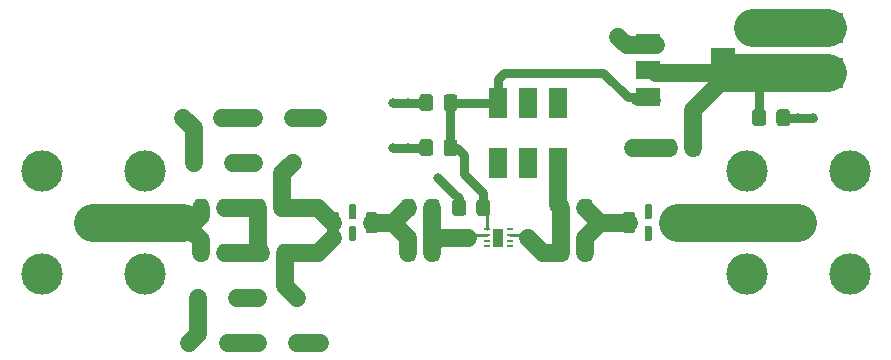
<source format=gbr>
G04 #@! TF.GenerationSoftware,KiCad,Pcbnew,5.1.5-52549c5~84~ubuntu18.04.1*
G04 #@! TF.CreationDate,2020-03-18T11:06:09+09:30*
G04 #@! TF.ProjectId,Frontend V2,46726f6e-7465-46e6-9420-56322e6b6963,rev?*
G04 #@! TF.SameCoordinates,Original*
G04 #@! TF.FileFunction,Copper,L1,Top*
G04 #@! TF.FilePolarity,Positive*
%FSLAX46Y46*%
G04 Gerber Fmt 4.6, Leading zero omitted, Abs format (unit mm)*
G04 Created by KiCad (PCBNEW 5.1.5-52549c5~84~ubuntu18.04.1) date 2020-03-18 11:06:09*
%MOMM*%
%LPD*%
G04 APERTURE LIST*
%ADD10R,1.650000X2.540000*%
%ADD11C,3.500000*%
%ADD12C,2.050000*%
%ADD13C,0.100000*%
%ADD14R,0.900000X1.200000*%
%ADD15C,0.610000*%
%ADD16R,0.500000X0.250000*%
%ADD17R,0.900000X1.600000*%
%ADD18R,2.000000X1.500000*%
%ADD19R,2.000000X3.800000*%
%ADD20R,2.500000X2.500000*%
%ADD21C,0.800000*%
%ADD22C,3.200000*%
%ADD23C,1.500000*%
%ADD24C,0.750000*%
%ADD25C,0.250000*%
G04 APERTURE END LIST*
D10*
X179070000Y-43180000D03*
X176530000Y-43180000D03*
X173990000Y-43180000D03*
X173990000Y-48260000D03*
X176530000Y-48260000D03*
X179070000Y-48260000D03*
D11*
X203740000Y-48990000D03*
X195040000Y-48990000D03*
X195040000Y-57690000D03*
D12*
X199390000Y-53340000D03*
D11*
X203740000Y-57690000D03*
X144050000Y-57690000D03*
D12*
X139700000Y-53340000D03*
D11*
X135350000Y-57690000D03*
X135350000Y-48990000D03*
X144050000Y-48990000D03*
G04 #@! TA.AperFunction,SMDPad,CuDef*
D13*
G36*
X151234505Y-55181204D02*
G01*
X151258773Y-55184804D01*
X151282572Y-55190765D01*
X151305671Y-55199030D01*
X151327850Y-55209520D01*
X151348893Y-55222132D01*
X151368599Y-55236747D01*
X151386777Y-55253223D01*
X151403253Y-55271401D01*
X151417868Y-55291107D01*
X151430480Y-55312150D01*
X151440970Y-55334329D01*
X151449235Y-55357428D01*
X151455196Y-55381227D01*
X151458796Y-55405495D01*
X151460000Y-55429999D01*
X151460000Y-56330001D01*
X151458796Y-56354505D01*
X151455196Y-56378773D01*
X151449235Y-56402572D01*
X151440970Y-56425671D01*
X151430480Y-56447850D01*
X151417868Y-56468893D01*
X151403253Y-56488599D01*
X151386777Y-56506777D01*
X151368599Y-56523253D01*
X151348893Y-56537868D01*
X151327850Y-56550480D01*
X151305671Y-56560970D01*
X151282572Y-56569235D01*
X151258773Y-56575196D01*
X151234505Y-56578796D01*
X151210001Y-56580000D01*
X150559999Y-56580000D01*
X150535495Y-56578796D01*
X150511227Y-56575196D01*
X150487428Y-56569235D01*
X150464329Y-56560970D01*
X150442150Y-56550480D01*
X150421107Y-56537868D01*
X150401401Y-56523253D01*
X150383223Y-56506777D01*
X150366747Y-56488599D01*
X150352132Y-56468893D01*
X150339520Y-56447850D01*
X150329030Y-56425671D01*
X150320765Y-56402572D01*
X150314804Y-56378773D01*
X150311204Y-56354505D01*
X150310000Y-56330001D01*
X150310000Y-55429999D01*
X150311204Y-55405495D01*
X150314804Y-55381227D01*
X150320765Y-55357428D01*
X150329030Y-55334329D01*
X150339520Y-55312150D01*
X150352132Y-55291107D01*
X150366747Y-55271401D01*
X150383223Y-55253223D01*
X150401401Y-55236747D01*
X150421107Y-55222132D01*
X150442150Y-55209520D01*
X150464329Y-55199030D01*
X150487428Y-55190765D01*
X150511227Y-55184804D01*
X150535495Y-55181204D01*
X150559999Y-55180000D01*
X151210001Y-55180000D01*
X151234505Y-55181204D01*
G37*
G04 #@! TD.AperFunction*
G04 #@! TA.AperFunction,SMDPad,CuDef*
G36*
X149184505Y-55181204D02*
G01*
X149208773Y-55184804D01*
X149232572Y-55190765D01*
X149255671Y-55199030D01*
X149277850Y-55209520D01*
X149298893Y-55222132D01*
X149318599Y-55236747D01*
X149336777Y-55253223D01*
X149353253Y-55271401D01*
X149367868Y-55291107D01*
X149380480Y-55312150D01*
X149390970Y-55334329D01*
X149399235Y-55357428D01*
X149405196Y-55381227D01*
X149408796Y-55405495D01*
X149410000Y-55429999D01*
X149410000Y-56330001D01*
X149408796Y-56354505D01*
X149405196Y-56378773D01*
X149399235Y-56402572D01*
X149390970Y-56425671D01*
X149380480Y-56447850D01*
X149367868Y-56468893D01*
X149353253Y-56488599D01*
X149336777Y-56506777D01*
X149318599Y-56523253D01*
X149298893Y-56537868D01*
X149277850Y-56550480D01*
X149255671Y-56560970D01*
X149232572Y-56569235D01*
X149208773Y-56575196D01*
X149184505Y-56578796D01*
X149160001Y-56580000D01*
X148509999Y-56580000D01*
X148485495Y-56578796D01*
X148461227Y-56575196D01*
X148437428Y-56569235D01*
X148414329Y-56560970D01*
X148392150Y-56550480D01*
X148371107Y-56537868D01*
X148351401Y-56523253D01*
X148333223Y-56506777D01*
X148316747Y-56488599D01*
X148302132Y-56468893D01*
X148289520Y-56447850D01*
X148279030Y-56425671D01*
X148270765Y-56402572D01*
X148264804Y-56378773D01*
X148261204Y-56354505D01*
X148260000Y-56330001D01*
X148260000Y-55429999D01*
X148261204Y-55405495D01*
X148264804Y-55381227D01*
X148270765Y-55357428D01*
X148279030Y-55334329D01*
X148289520Y-55312150D01*
X148302132Y-55291107D01*
X148316747Y-55271401D01*
X148333223Y-55253223D01*
X148351401Y-55236747D01*
X148371107Y-55222132D01*
X148392150Y-55209520D01*
X148414329Y-55199030D01*
X148437428Y-55190765D01*
X148461227Y-55184804D01*
X148485495Y-55181204D01*
X148509999Y-55180000D01*
X149160001Y-55180000D01*
X149184505Y-55181204D01*
G37*
G04 #@! TD.AperFunction*
G04 #@! TA.AperFunction,SMDPad,CuDef*
G36*
X149184505Y-51371204D02*
G01*
X149208773Y-51374804D01*
X149232572Y-51380765D01*
X149255671Y-51389030D01*
X149277850Y-51399520D01*
X149298893Y-51412132D01*
X149318599Y-51426747D01*
X149336777Y-51443223D01*
X149353253Y-51461401D01*
X149367868Y-51481107D01*
X149380480Y-51502150D01*
X149390970Y-51524329D01*
X149399235Y-51547428D01*
X149405196Y-51571227D01*
X149408796Y-51595495D01*
X149410000Y-51619999D01*
X149410000Y-52520001D01*
X149408796Y-52544505D01*
X149405196Y-52568773D01*
X149399235Y-52592572D01*
X149390970Y-52615671D01*
X149380480Y-52637850D01*
X149367868Y-52658893D01*
X149353253Y-52678599D01*
X149336777Y-52696777D01*
X149318599Y-52713253D01*
X149298893Y-52727868D01*
X149277850Y-52740480D01*
X149255671Y-52750970D01*
X149232572Y-52759235D01*
X149208773Y-52765196D01*
X149184505Y-52768796D01*
X149160001Y-52770000D01*
X148509999Y-52770000D01*
X148485495Y-52768796D01*
X148461227Y-52765196D01*
X148437428Y-52759235D01*
X148414329Y-52750970D01*
X148392150Y-52740480D01*
X148371107Y-52727868D01*
X148351401Y-52713253D01*
X148333223Y-52696777D01*
X148316747Y-52678599D01*
X148302132Y-52658893D01*
X148289520Y-52637850D01*
X148279030Y-52615671D01*
X148270765Y-52592572D01*
X148264804Y-52568773D01*
X148261204Y-52544505D01*
X148260000Y-52520001D01*
X148260000Y-51619999D01*
X148261204Y-51595495D01*
X148264804Y-51571227D01*
X148270765Y-51547428D01*
X148279030Y-51524329D01*
X148289520Y-51502150D01*
X148302132Y-51481107D01*
X148316747Y-51461401D01*
X148333223Y-51443223D01*
X148351401Y-51426747D01*
X148371107Y-51412132D01*
X148392150Y-51399520D01*
X148414329Y-51389030D01*
X148437428Y-51380765D01*
X148461227Y-51374804D01*
X148485495Y-51371204D01*
X148509999Y-51370000D01*
X149160001Y-51370000D01*
X149184505Y-51371204D01*
G37*
G04 #@! TD.AperFunction*
G04 #@! TA.AperFunction,SMDPad,CuDef*
G36*
X151234505Y-51371204D02*
G01*
X151258773Y-51374804D01*
X151282572Y-51380765D01*
X151305671Y-51389030D01*
X151327850Y-51399520D01*
X151348893Y-51412132D01*
X151368599Y-51426747D01*
X151386777Y-51443223D01*
X151403253Y-51461401D01*
X151417868Y-51481107D01*
X151430480Y-51502150D01*
X151440970Y-51524329D01*
X151449235Y-51547428D01*
X151455196Y-51571227D01*
X151458796Y-51595495D01*
X151460000Y-51619999D01*
X151460000Y-52520001D01*
X151458796Y-52544505D01*
X151455196Y-52568773D01*
X151449235Y-52592572D01*
X151440970Y-52615671D01*
X151430480Y-52637850D01*
X151417868Y-52658893D01*
X151403253Y-52678599D01*
X151386777Y-52696777D01*
X151368599Y-52713253D01*
X151348893Y-52727868D01*
X151327850Y-52740480D01*
X151305671Y-52750970D01*
X151282572Y-52759235D01*
X151258773Y-52765196D01*
X151234505Y-52768796D01*
X151210001Y-52770000D01*
X150559999Y-52770000D01*
X150535495Y-52768796D01*
X150511227Y-52765196D01*
X150487428Y-52759235D01*
X150464329Y-52750970D01*
X150442150Y-52740480D01*
X150421107Y-52727868D01*
X150401401Y-52713253D01*
X150383223Y-52696777D01*
X150366747Y-52678599D01*
X150352132Y-52658893D01*
X150339520Y-52637850D01*
X150329030Y-52615671D01*
X150320765Y-52592572D01*
X150314804Y-52568773D01*
X150311204Y-52544505D01*
X150310000Y-52520001D01*
X150310000Y-51619999D01*
X150311204Y-51595495D01*
X150314804Y-51571227D01*
X150320765Y-51547428D01*
X150329030Y-51524329D01*
X150339520Y-51502150D01*
X150352132Y-51481107D01*
X150366747Y-51461401D01*
X150383223Y-51443223D01*
X150401401Y-51426747D01*
X150421107Y-51412132D01*
X150442150Y-51399520D01*
X150464329Y-51389030D01*
X150487428Y-51380765D01*
X150511227Y-51374804D01*
X150535495Y-51371204D01*
X150559999Y-51370000D01*
X151210001Y-51370000D01*
X151234505Y-51371204D01*
G37*
G04 #@! TD.AperFunction*
G04 #@! TA.AperFunction,SMDPad,CuDef*
G36*
X154264505Y-55181204D02*
G01*
X154288773Y-55184804D01*
X154312572Y-55190765D01*
X154335671Y-55199030D01*
X154357850Y-55209520D01*
X154378893Y-55222132D01*
X154398599Y-55236747D01*
X154416777Y-55253223D01*
X154433253Y-55271401D01*
X154447868Y-55291107D01*
X154460480Y-55312150D01*
X154470970Y-55334329D01*
X154479235Y-55357428D01*
X154485196Y-55381227D01*
X154488796Y-55405495D01*
X154490000Y-55429999D01*
X154490000Y-56330001D01*
X154488796Y-56354505D01*
X154485196Y-56378773D01*
X154479235Y-56402572D01*
X154470970Y-56425671D01*
X154460480Y-56447850D01*
X154447868Y-56468893D01*
X154433253Y-56488599D01*
X154416777Y-56506777D01*
X154398599Y-56523253D01*
X154378893Y-56537868D01*
X154357850Y-56550480D01*
X154335671Y-56560970D01*
X154312572Y-56569235D01*
X154288773Y-56575196D01*
X154264505Y-56578796D01*
X154240001Y-56580000D01*
X153589999Y-56580000D01*
X153565495Y-56578796D01*
X153541227Y-56575196D01*
X153517428Y-56569235D01*
X153494329Y-56560970D01*
X153472150Y-56550480D01*
X153451107Y-56537868D01*
X153431401Y-56523253D01*
X153413223Y-56506777D01*
X153396747Y-56488599D01*
X153382132Y-56468893D01*
X153369520Y-56447850D01*
X153359030Y-56425671D01*
X153350765Y-56402572D01*
X153344804Y-56378773D01*
X153341204Y-56354505D01*
X153340000Y-56330001D01*
X153340000Y-55429999D01*
X153341204Y-55405495D01*
X153344804Y-55381227D01*
X153350765Y-55357428D01*
X153359030Y-55334329D01*
X153369520Y-55312150D01*
X153382132Y-55291107D01*
X153396747Y-55271401D01*
X153413223Y-55253223D01*
X153431401Y-55236747D01*
X153451107Y-55222132D01*
X153472150Y-55209520D01*
X153494329Y-55199030D01*
X153517428Y-55190765D01*
X153541227Y-55184804D01*
X153565495Y-55181204D01*
X153589999Y-55180000D01*
X154240001Y-55180000D01*
X154264505Y-55181204D01*
G37*
G04 #@! TD.AperFunction*
G04 #@! TA.AperFunction,SMDPad,CuDef*
G36*
X156314505Y-55181204D02*
G01*
X156338773Y-55184804D01*
X156362572Y-55190765D01*
X156385671Y-55199030D01*
X156407850Y-55209520D01*
X156428893Y-55222132D01*
X156448599Y-55236747D01*
X156466777Y-55253223D01*
X156483253Y-55271401D01*
X156497868Y-55291107D01*
X156510480Y-55312150D01*
X156520970Y-55334329D01*
X156529235Y-55357428D01*
X156535196Y-55381227D01*
X156538796Y-55405495D01*
X156540000Y-55429999D01*
X156540000Y-56330001D01*
X156538796Y-56354505D01*
X156535196Y-56378773D01*
X156529235Y-56402572D01*
X156520970Y-56425671D01*
X156510480Y-56447850D01*
X156497868Y-56468893D01*
X156483253Y-56488599D01*
X156466777Y-56506777D01*
X156448599Y-56523253D01*
X156428893Y-56537868D01*
X156407850Y-56550480D01*
X156385671Y-56560970D01*
X156362572Y-56569235D01*
X156338773Y-56575196D01*
X156314505Y-56578796D01*
X156290001Y-56580000D01*
X155639999Y-56580000D01*
X155615495Y-56578796D01*
X155591227Y-56575196D01*
X155567428Y-56569235D01*
X155544329Y-56560970D01*
X155522150Y-56550480D01*
X155501107Y-56537868D01*
X155481401Y-56523253D01*
X155463223Y-56506777D01*
X155446747Y-56488599D01*
X155432132Y-56468893D01*
X155419520Y-56447850D01*
X155409030Y-56425671D01*
X155400765Y-56402572D01*
X155394804Y-56378773D01*
X155391204Y-56354505D01*
X155390000Y-56330001D01*
X155390000Y-55429999D01*
X155391204Y-55405495D01*
X155394804Y-55381227D01*
X155400765Y-55357428D01*
X155409030Y-55334329D01*
X155419520Y-55312150D01*
X155432132Y-55291107D01*
X155446747Y-55271401D01*
X155463223Y-55253223D01*
X155481401Y-55236747D01*
X155501107Y-55222132D01*
X155522150Y-55209520D01*
X155544329Y-55199030D01*
X155567428Y-55190765D01*
X155591227Y-55184804D01*
X155615495Y-55181204D01*
X155639999Y-55180000D01*
X156290001Y-55180000D01*
X156314505Y-55181204D01*
G37*
G04 #@! TD.AperFunction*
G04 #@! TA.AperFunction,SMDPad,CuDef*
G36*
X156069505Y-51371204D02*
G01*
X156093773Y-51374804D01*
X156117572Y-51380765D01*
X156140671Y-51389030D01*
X156162850Y-51399520D01*
X156183893Y-51412132D01*
X156203599Y-51426747D01*
X156221777Y-51443223D01*
X156238253Y-51461401D01*
X156252868Y-51481107D01*
X156265480Y-51502150D01*
X156275970Y-51524329D01*
X156284235Y-51547428D01*
X156290196Y-51571227D01*
X156293796Y-51595495D01*
X156295000Y-51619999D01*
X156295000Y-52520001D01*
X156293796Y-52544505D01*
X156290196Y-52568773D01*
X156284235Y-52592572D01*
X156275970Y-52615671D01*
X156265480Y-52637850D01*
X156252868Y-52658893D01*
X156238253Y-52678599D01*
X156221777Y-52696777D01*
X156203599Y-52713253D01*
X156183893Y-52727868D01*
X156162850Y-52740480D01*
X156140671Y-52750970D01*
X156117572Y-52759235D01*
X156093773Y-52765196D01*
X156069505Y-52768796D01*
X156045001Y-52770000D01*
X155394999Y-52770000D01*
X155370495Y-52768796D01*
X155346227Y-52765196D01*
X155322428Y-52759235D01*
X155299329Y-52750970D01*
X155277150Y-52740480D01*
X155256107Y-52727868D01*
X155236401Y-52713253D01*
X155218223Y-52696777D01*
X155201747Y-52678599D01*
X155187132Y-52658893D01*
X155174520Y-52637850D01*
X155164030Y-52615671D01*
X155155765Y-52592572D01*
X155149804Y-52568773D01*
X155146204Y-52544505D01*
X155145000Y-52520001D01*
X155145000Y-51619999D01*
X155146204Y-51595495D01*
X155149804Y-51571227D01*
X155155765Y-51547428D01*
X155164030Y-51524329D01*
X155174520Y-51502150D01*
X155187132Y-51481107D01*
X155201747Y-51461401D01*
X155218223Y-51443223D01*
X155236401Y-51426747D01*
X155256107Y-51412132D01*
X155277150Y-51399520D01*
X155299329Y-51389030D01*
X155322428Y-51380765D01*
X155346227Y-51374804D01*
X155370495Y-51371204D01*
X155394999Y-51370000D01*
X156045001Y-51370000D01*
X156069505Y-51371204D01*
G37*
G04 #@! TD.AperFunction*
G04 #@! TA.AperFunction,SMDPad,CuDef*
G36*
X154019505Y-51371204D02*
G01*
X154043773Y-51374804D01*
X154067572Y-51380765D01*
X154090671Y-51389030D01*
X154112850Y-51399520D01*
X154133893Y-51412132D01*
X154153599Y-51426747D01*
X154171777Y-51443223D01*
X154188253Y-51461401D01*
X154202868Y-51481107D01*
X154215480Y-51502150D01*
X154225970Y-51524329D01*
X154234235Y-51547428D01*
X154240196Y-51571227D01*
X154243796Y-51595495D01*
X154245000Y-51619999D01*
X154245000Y-52520001D01*
X154243796Y-52544505D01*
X154240196Y-52568773D01*
X154234235Y-52592572D01*
X154225970Y-52615671D01*
X154215480Y-52637850D01*
X154202868Y-52658893D01*
X154188253Y-52678599D01*
X154171777Y-52696777D01*
X154153599Y-52713253D01*
X154133893Y-52727868D01*
X154112850Y-52740480D01*
X154090671Y-52750970D01*
X154067572Y-52759235D01*
X154043773Y-52765196D01*
X154019505Y-52768796D01*
X153995001Y-52770000D01*
X153344999Y-52770000D01*
X153320495Y-52768796D01*
X153296227Y-52765196D01*
X153272428Y-52759235D01*
X153249329Y-52750970D01*
X153227150Y-52740480D01*
X153206107Y-52727868D01*
X153186401Y-52713253D01*
X153168223Y-52696777D01*
X153151747Y-52678599D01*
X153137132Y-52658893D01*
X153124520Y-52637850D01*
X153114030Y-52615671D01*
X153105765Y-52592572D01*
X153099804Y-52568773D01*
X153096204Y-52544505D01*
X153095000Y-52520001D01*
X153095000Y-51619999D01*
X153096204Y-51595495D01*
X153099804Y-51571227D01*
X153105765Y-51547428D01*
X153114030Y-51524329D01*
X153124520Y-51502150D01*
X153137132Y-51481107D01*
X153151747Y-51461401D01*
X153168223Y-51443223D01*
X153186401Y-51426747D01*
X153206107Y-51412132D01*
X153227150Y-51399520D01*
X153249329Y-51389030D01*
X153272428Y-51380765D01*
X153296227Y-51374804D01*
X153320495Y-51371204D01*
X153344999Y-51370000D01*
X153995001Y-51370000D01*
X154019505Y-51371204D01*
G37*
G04 #@! TD.AperFunction*
G04 #@! TA.AperFunction,SMDPad,CuDef*
G36*
X166719505Y-55181204D02*
G01*
X166743773Y-55184804D01*
X166767572Y-55190765D01*
X166790671Y-55199030D01*
X166812850Y-55209520D01*
X166833893Y-55222132D01*
X166853599Y-55236747D01*
X166871777Y-55253223D01*
X166888253Y-55271401D01*
X166902868Y-55291107D01*
X166915480Y-55312150D01*
X166925970Y-55334329D01*
X166934235Y-55357428D01*
X166940196Y-55381227D01*
X166943796Y-55405495D01*
X166945000Y-55429999D01*
X166945000Y-56330001D01*
X166943796Y-56354505D01*
X166940196Y-56378773D01*
X166934235Y-56402572D01*
X166925970Y-56425671D01*
X166915480Y-56447850D01*
X166902868Y-56468893D01*
X166888253Y-56488599D01*
X166871777Y-56506777D01*
X166853599Y-56523253D01*
X166833893Y-56537868D01*
X166812850Y-56550480D01*
X166790671Y-56560970D01*
X166767572Y-56569235D01*
X166743773Y-56575196D01*
X166719505Y-56578796D01*
X166695001Y-56580000D01*
X166044999Y-56580000D01*
X166020495Y-56578796D01*
X165996227Y-56575196D01*
X165972428Y-56569235D01*
X165949329Y-56560970D01*
X165927150Y-56550480D01*
X165906107Y-56537868D01*
X165886401Y-56523253D01*
X165868223Y-56506777D01*
X165851747Y-56488599D01*
X165837132Y-56468893D01*
X165824520Y-56447850D01*
X165814030Y-56425671D01*
X165805765Y-56402572D01*
X165799804Y-56378773D01*
X165796204Y-56354505D01*
X165795000Y-56330001D01*
X165795000Y-55429999D01*
X165796204Y-55405495D01*
X165799804Y-55381227D01*
X165805765Y-55357428D01*
X165814030Y-55334329D01*
X165824520Y-55312150D01*
X165837132Y-55291107D01*
X165851747Y-55271401D01*
X165868223Y-55253223D01*
X165886401Y-55236747D01*
X165906107Y-55222132D01*
X165927150Y-55209520D01*
X165949329Y-55199030D01*
X165972428Y-55190765D01*
X165996227Y-55184804D01*
X166020495Y-55181204D01*
X166044999Y-55180000D01*
X166695001Y-55180000D01*
X166719505Y-55181204D01*
G37*
G04 #@! TD.AperFunction*
G04 #@! TA.AperFunction,SMDPad,CuDef*
G36*
X168769505Y-55181204D02*
G01*
X168793773Y-55184804D01*
X168817572Y-55190765D01*
X168840671Y-55199030D01*
X168862850Y-55209520D01*
X168883893Y-55222132D01*
X168903599Y-55236747D01*
X168921777Y-55253223D01*
X168938253Y-55271401D01*
X168952868Y-55291107D01*
X168965480Y-55312150D01*
X168975970Y-55334329D01*
X168984235Y-55357428D01*
X168990196Y-55381227D01*
X168993796Y-55405495D01*
X168995000Y-55429999D01*
X168995000Y-56330001D01*
X168993796Y-56354505D01*
X168990196Y-56378773D01*
X168984235Y-56402572D01*
X168975970Y-56425671D01*
X168965480Y-56447850D01*
X168952868Y-56468893D01*
X168938253Y-56488599D01*
X168921777Y-56506777D01*
X168903599Y-56523253D01*
X168883893Y-56537868D01*
X168862850Y-56550480D01*
X168840671Y-56560970D01*
X168817572Y-56569235D01*
X168793773Y-56575196D01*
X168769505Y-56578796D01*
X168745001Y-56580000D01*
X168094999Y-56580000D01*
X168070495Y-56578796D01*
X168046227Y-56575196D01*
X168022428Y-56569235D01*
X167999329Y-56560970D01*
X167977150Y-56550480D01*
X167956107Y-56537868D01*
X167936401Y-56523253D01*
X167918223Y-56506777D01*
X167901747Y-56488599D01*
X167887132Y-56468893D01*
X167874520Y-56447850D01*
X167864030Y-56425671D01*
X167855765Y-56402572D01*
X167849804Y-56378773D01*
X167846204Y-56354505D01*
X167845000Y-56330001D01*
X167845000Y-55429999D01*
X167846204Y-55405495D01*
X167849804Y-55381227D01*
X167855765Y-55357428D01*
X167864030Y-55334329D01*
X167874520Y-55312150D01*
X167887132Y-55291107D01*
X167901747Y-55271401D01*
X167918223Y-55253223D01*
X167936401Y-55236747D01*
X167956107Y-55222132D01*
X167977150Y-55209520D01*
X167999329Y-55199030D01*
X168022428Y-55190765D01*
X168046227Y-55184804D01*
X168070495Y-55181204D01*
X168094999Y-55180000D01*
X168745001Y-55180000D01*
X168769505Y-55181204D01*
G37*
G04 #@! TD.AperFunction*
G04 #@! TA.AperFunction,SMDPad,CuDef*
G36*
X168769505Y-51371204D02*
G01*
X168793773Y-51374804D01*
X168817572Y-51380765D01*
X168840671Y-51389030D01*
X168862850Y-51399520D01*
X168883893Y-51412132D01*
X168903599Y-51426747D01*
X168921777Y-51443223D01*
X168938253Y-51461401D01*
X168952868Y-51481107D01*
X168965480Y-51502150D01*
X168975970Y-51524329D01*
X168984235Y-51547428D01*
X168990196Y-51571227D01*
X168993796Y-51595495D01*
X168995000Y-51619999D01*
X168995000Y-52520001D01*
X168993796Y-52544505D01*
X168990196Y-52568773D01*
X168984235Y-52592572D01*
X168975970Y-52615671D01*
X168965480Y-52637850D01*
X168952868Y-52658893D01*
X168938253Y-52678599D01*
X168921777Y-52696777D01*
X168903599Y-52713253D01*
X168883893Y-52727868D01*
X168862850Y-52740480D01*
X168840671Y-52750970D01*
X168817572Y-52759235D01*
X168793773Y-52765196D01*
X168769505Y-52768796D01*
X168745001Y-52770000D01*
X168094999Y-52770000D01*
X168070495Y-52768796D01*
X168046227Y-52765196D01*
X168022428Y-52759235D01*
X167999329Y-52750970D01*
X167977150Y-52740480D01*
X167956107Y-52727868D01*
X167936401Y-52713253D01*
X167918223Y-52696777D01*
X167901747Y-52678599D01*
X167887132Y-52658893D01*
X167874520Y-52637850D01*
X167864030Y-52615671D01*
X167855765Y-52592572D01*
X167849804Y-52568773D01*
X167846204Y-52544505D01*
X167845000Y-52520001D01*
X167845000Y-51619999D01*
X167846204Y-51595495D01*
X167849804Y-51571227D01*
X167855765Y-51547428D01*
X167864030Y-51524329D01*
X167874520Y-51502150D01*
X167887132Y-51481107D01*
X167901747Y-51461401D01*
X167918223Y-51443223D01*
X167936401Y-51426747D01*
X167956107Y-51412132D01*
X167977150Y-51399520D01*
X167999329Y-51389030D01*
X168022428Y-51380765D01*
X168046227Y-51374804D01*
X168070495Y-51371204D01*
X168094999Y-51370000D01*
X168745001Y-51370000D01*
X168769505Y-51371204D01*
G37*
G04 #@! TD.AperFunction*
G04 #@! TA.AperFunction,SMDPad,CuDef*
G36*
X166719505Y-51371204D02*
G01*
X166743773Y-51374804D01*
X166767572Y-51380765D01*
X166790671Y-51389030D01*
X166812850Y-51399520D01*
X166833893Y-51412132D01*
X166853599Y-51426747D01*
X166871777Y-51443223D01*
X166888253Y-51461401D01*
X166902868Y-51481107D01*
X166915480Y-51502150D01*
X166925970Y-51524329D01*
X166934235Y-51547428D01*
X166940196Y-51571227D01*
X166943796Y-51595495D01*
X166945000Y-51619999D01*
X166945000Y-52520001D01*
X166943796Y-52544505D01*
X166940196Y-52568773D01*
X166934235Y-52592572D01*
X166925970Y-52615671D01*
X166915480Y-52637850D01*
X166902868Y-52658893D01*
X166888253Y-52678599D01*
X166871777Y-52696777D01*
X166853599Y-52713253D01*
X166833893Y-52727868D01*
X166812850Y-52740480D01*
X166790671Y-52750970D01*
X166767572Y-52759235D01*
X166743773Y-52765196D01*
X166719505Y-52768796D01*
X166695001Y-52770000D01*
X166044999Y-52770000D01*
X166020495Y-52768796D01*
X165996227Y-52765196D01*
X165972428Y-52759235D01*
X165949329Y-52750970D01*
X165927150Y-52740480D01*
X165906107Y-52727868D01*
X165886401Y-52713253D01*
X165868223Y-52696777D01*
X165851747Y-52678599D01*
X165837132Y-52658893D01*
X165824520Y-52637850D01*
X165814030Y-52615671D01*
X165805765Y-52592572D01*
X165799804Y-52568773D01*
X165796204Y-52544505D01*
X165795000Y-52520001D01*
X165795000Y-51619999D01*
X165796204Y-51595495D01*
X165799804Y-51571227D01*
X165805765Y-51547428D01*
X165814030Y-51524329D01*
X165824520Y-51502150D01*
X165837132Y-51481107D01*
X165851747Y-51461401D01*
X165868223Y-51443223D01*
X165886401Y-51426747D01*
X165906107Y-51412132D01*
X165927150Y-51399520D01*
X165949329Y-51389030D01*
X165972428Y-51380765D01*
X165996227Y-51374804D01*
X166020495Y-51371204D01*
X166044999Y-51370000D01*
X166695001Y-51370000D01*
X166719505Y-51371204D01*
G37*
G04 #@! TD.AperFunction*
G04 #@! TA.AperFunction,SMDPad,CuDef*
G36*
X170284505Y-42481204D02*
G01*
X170308773Y-42484804D01*
X170332572Y-42490765D01*
X170355671Y-42499030D01*
X170377850Y-42509520D01*
X170398893Y-42522132D01*
X170418599Y-42536747D01*
X170436777Y-42553223D01*
X170453253Y-42571401D01*
X170467868Y-42591107D01*
X170480480Y-42612150D01*
X170490970Y-42634329D01*
X170499235Y-42657428D01*
X170505196Y-42681227D01*
X170508796Y-42705495D01*
X170510000Y-42729999D01*
X170510000Y-43630001D01*
X170508796Y-43654505D01*
X170505196Y-43678773D01*
X170499235Y-43702572D01*
X170490970Y-43725671D01*
X170480480Y-43747850D01*
X170467868Y-43768893D01*
X170453253Y-43788599D01*
X170436777Y-43806777D01*
X170418599Y-43823253D01*
X170398893Y-43837868D01*
X170377850Y-43850480D01*
X170355671Y-43860970D01*
X170332572Y-43869235D01*
X170308773Y-43875196D01*
X170284505Y-43878796D01*
X170260001Y-43880000D01*
X169609999Y-43880000D01*
X169585495Y-43878796D01*
X169561227Y-43875196D01*
X169537428Y-43869235D01*
X169514329Y-43860970D01*
X169492150Y-43850480D01*
X169471107Y-43837868D01*
X169451401Y-43823253D01*
X169433223Y-43806777D01*
X169416747Y-43788599D01*
X169402132Y-43768893D01*
X169389520Y-43747850D01*
X169379030Y-43725671D01*
X169370765Y-43702572D01*
X169364804Y-43678773D01*
X169361204Y-43654505D01*
X169360000Y-43630001D01*
X169360000Y-42729999D01*
X169361204Y-42705495D01*
X169364804Y-42681227D01*
X169370765Y-42657428D01*
X169379030Y-42634329D01*
X169389520Y-42612150D01*
X169402132Y-42591107D01*
X169416747Y-42571401D01*
X169433223Y-42553223D01*
X169451401Y-42536747D01*
X169471107Y-42522132D01*
X169492150Y-42509520D01*
X169514329Y-42499030D01*
X169537428Y-42490765D01*
X169561227Y-42484804D01*
X169585495Y-42481204D01*
X169609999Y-42480000D01*
X170260001Y-42480000D01*
X170284505Y-42481204D01*
G37*
G04 #@! TD.AperFunction*
G04 #@! TA.AperFunction,SMDPad,CuDef*
G36*
X168234505Y-42481204D02*
G01*
X168258773Y-42484804D01*
X168282572Y-42490765D01*
X168305671Y-42499030D01*
X168327850Y-42509520D01*
X168348893Y-42522132D01*
X168368599Y-42536747D01*
X168386777Y-42553223D01*
X168403253Y-42571401D01*
X168417868Y-42591107D01*
X168430480Y-42612150D01*
X168440970Y-42634329D01*
X168449235Y-42657428D01*
X168455196Y-42681227D01*
X168458796Y-42705495D01*
X168460000Y-42729999D01*
X168460000Y-43630001D01*
X168458796Y-43654505D01*
X168455196Y-43678773D01*
X168449235Y-43702572D01*
X168440970Y-43725671D01*
X168430480Y-43747850D01*
X168417868Y-43768893D01*
X168403253Y-43788599D01*
X168386777Y-43806777D01*
X168368599Y-43823253D01*
X168348893Y-43837868D01*
X168327850Y-43850480D01*
X168305671Y-43860970D01*
X168282572Y-43869235D01*
X168258773Y-43875196D01*
X168234505Y-43878796D01*
X168210001Y-43880000D01*
X167559999Y-43880000D01*
X167535495Y-43878796D01*
X167511227Y-43875196D01*
X167487428Y-43869235D01*
X167464329Y-43860970D01*
X167442150Y-43850480D01*
X167421107Y-43837868D01*
X167401401Y-43823253D01*
X167383223Y-43806777D01*
X167366747Y-43788599D01*
X167352132Y-43768893D01*
X167339520Y-43747850D01*
X167329030Y-43725671D01*
X167320765Y-43702572D01*
X167314804Y-43678773D01*
X167311204Y-43654505D01*
X167310000Y-43630001D01*
X167310000Y-42729999D01*
X167311204Y-42705495D01*
X167314804Y-42681227D01*
X167320765Y-42657428D01*
X167329030Y-42634329D01*
X167339520Y-42612150D01*
X167352132Y-42591107D01*
X167366747Y-42571401D01*
X167383223Y-42553223D01*
X167401401Y-42536747D01*
X167421107Y-42522132D01*
X167442150Y-42509520D01*
X167464329Y-42499030D01*
X167487428Y-42490765D01*
X167511227Y-42484804D01*
X167535495Y-42481204D01*
X167559999Y-42480000D01*
X168210001Y-42480000D01*
X168234505Y-42481204D01*
G37*
G04 #@! TD.AperFunction*
G04 #@! TA.AperFunction,SMDPad,CuDef*
G36*
X168234505Y-46291204D02*
G01*
X168258773Y-46294804D01*
X168282572Y-46300765D01*
X168305671Y-46309030D01*
X168327850Y-46319520D01*
X168348893Y-46332132D01*
X168368599Y-46346747D01*
X168386777Y-46363223D01*
X168403253Y-46381401D01*
X168417868Y-46401107D01*
X168430480Y-46422150D01*
X168440970Y-46444329D01*
X168449235Y-46467428D01*
X168455196Y-46491227D01*
X168458796Y-46515495D01*
X168460000Y-46539999D01*
X168460000Y-47440001D01*
X168458796Y-47464505D01*
X168455196Y-47488773D01*
X168449235Y-47512572D01*
X168440970Y-47535671D01*
X168430480Y-47557850D01*
X168417868Y-47578893D01*
X168403253Y-47598599D01*
X168386777Y-47616777D01*
X168368599Y-47633253D01*
X168348893Y-47647868D01*
X168327850Y-47660480D01*
X168305671Y-47670970D01*
X168282572Y-47679235D01*
X168258773Y-47685196D01*
X168234505Y-47688796D01*
X168210001Y-47690000D01*
X167559999Y-47690000D01*
X167535495Y-47688796D01*
X167511227Y-47685196D01*
X167487428Y-47679235D01*
X167464329Y-47670970D01*
X167442150Y-47660480D01*
X167421107Y-47647868D01*
X167401401Y-47633253D01*
X167383223Y-47616777D01*
X167366747Y-47598599D01*
X167352132Y-47578893D01*
X167339520Y-47557850D01*
X167329030Y-47535671D01*
X167320765Y-47512572D01*
X167314804Y-47488773D01*
X167311204Y-47464505D01*
X167310000Y-47440001D01*
X167310000Y-46539999D01*
X167311204Y-46515495D01*
X167314804Y-46491227D01*
X167320765Y-46467428D01*
X167329030Y-46444329D01*
X167339520Y-46422150D01*
X167352132Y-46401107D01*
X167366747Y-46381401D01*
X167383223Y-46363223D01*
X167401401Y-46346747D01*
X167421107Y-46332132D01*
X167442150Y-46319520D01*
X167464329Y-46309030D01*
X167487428Y-46300765D01*
X167511227Y-46294804D01*
X167535495Y-46291204D01*
X167559999Y-46290000D01*
X168210001Y-46290000D01*
X168234505Y-46291204D01*
G37*
G04 #@! TD.AperFunction*
G04 #@! TA.AperFunction,SMDPad,CuDef*
G36*
X170284505Y-46291204D02*
G01*
X170308773Y-46294804D01*
X170332572Y-46300765D01*
X170355671Y-46309030D01*
X170377850Y-46319520D01*
X170398893Y-46332132D01*
X170418599Y-46346747D01*
X170436777Y-46363223D01*
X170453253Y-46381401D01*
X170467868Y-46401107D01*
X170480480Y-46422150D01*
X170490970Y-46444329D01*
X170499235Y-46467428D01*
X170505196Y-46491227D01*
X170508796Y-46515495D01*
X170510000Y-46539999D01*
X170510000Y-47440001D01*
X170508796Y-47464505D01*
X170505196Y-47488773D01*
X170499235Y-47512572D01*
X170490970Y-47535671D01*
X170480480Y-47557850D01*
X170467868Y-47578893D01*
X170453253Y-47598599D01*
X170436777Y-47616777D01*
X170418599Y-47633253D01*
X170398893Y-47647868D01*
X170377850Y-47660480D01*
X170355671Y-47670970D01*
X170332572Y-47679235D01*
X170308773Y-47685196D01*
X170284505Y-47688796D01*
X170260001Y-47690000D01*
X169609999Y-47690000D01*
X169585495Y-47688796D01*
X169561227Y-47685196D01*
X169537428Y-47679235D01*
X169514329Y-47670970D01*
X169492150Y-47660480D01*
X169471107Y-47647868D01*
X169451401Y-47633253D01*
X169433223Y-47616777D01*
X169416747Y-47598599D01*
X169402132Y-47578893D01*
X169389520Y-47557850D01*
X169379030Y-47535671D01*
X169370765Y-47512572D01*
X169364804Y-47488773D01*
X169361204Y-47464505D01*
X169360000Y-47440001D01*
X169360000Y-46539999D01*
X169361204Y-46515495D01*
X169364804Y-46491227D01*
X169370765Y-46467428D01*
X169379030Y-46444329D01*
X169389520Y-46422150D01*
X169402132Y-46401107D01*
X169416747Y-46381401D01*
X169433223Y-46363223D01*
X169451401Y-46346747D01*
X169471107Y-46332132D01*
X169492150Y-46319520D01*
X169514329Y-46309030D01*
X169537428Y-46300765D01*
X169561227Y-46294804D01*
X169585495Y-46291204D01*
X169609999Y-46290000D01*
X170260001Y-46290000D01*
X170284505Y-46291204D01*
G37*
G04 #@! TD.AperFunction*
G04 #@! TA.AperFunction,SMDPad,CuDef*
G36*
X171019505Y-51371204D02*
G01*
X171043773Y-51374804D01*
X171067572Y-51380765D01*
X171090671Y-51389030D01*
X171112850Y-51399520D01*
X171133893Y-51412132D01*
X171153599Y-51426747D01*
X171171777Y-51443223D01*
X171188253Y-51461401D01*
X171202868Y-51481107D01*
X171215480Y-51502150D01*
X171225970Y-51524329D01*
X171234235Y-51547428D01*
X171240196Y-51571227D01*
X171243796Y-51595495D01*
X171245000Y-51619999D01*
X171245000Y-52520001D01*
X171243796Y-52544505D01*
X171240196Y-52568773D01*
X171234235Y-52592572D01*
X171225970Y-52615671D01*
X171215480Y-52637850D01*
X171202868Y-52658893D01*
X171188253Y-52678599D01*
X171171777Y-52696777D01*
X171153599Y-52713253D01*
X171133893Y-52727868D01*
X171112850Y-52740480D01*
X171090671Y-52750970D01*
X171067572Y-52759235D01*
X171043773Y-52765196D01*
X171019505Y-52768796D01*
X170995001Y-52770000D01*
X170344999Y-52770000D01*
X170320495Y-52768796D01*
X170296227Y-52765196D01*
X170272428Y-52759235D01*
X170249329Y-52750970D01*
X170227150Y-52740480D01*
X170206107Y-52727868D01*
X170186401Y-52713253D01*
X170168223Y-52696777D01*
X170151747Y-52678599D01*
X170137132Y-52658893D01*
X170124520Y-52637850D01*
X170114030Y-52615671D01*
X170105765Y-52592572D01*
X170099804Y-52568773D01*
X170096204Y-52544505D01*
X170095000Y-52520001D01*
X170095000Y-51619999D01*
X170096204Y-51595495D01*
X170099804Y-51571227D01*
X170105765Y-51547428D01*
X170114030Y-51524329D01*
X170124520Y-51502150D01*
X170137132Y-51481107D01*
X170151747Y-51461401D01*
X170168223Y-51443223D01*
X170186401Y-51426747D01*
X170206107Y-51412132D01*
X170227150Y-51399520D01*
X170249329Y-51389030D01*
X170272428Y-51380765D01*
X170296227Y-51374804D01*
X170320495Y-51371204D01*
X170344999Y-51370000D01*
X170995001Y-51370000D01*
X171019505Y-51371204D01*
G37*
G04 #@! TD.AperFunction*
G04 #@! TA.AperFunction,SMDPad,CuDef*
G36*
X173069505Y-51371204D02*
G01*
X173093773Y-51374804D01*
X173117572Y-51380765D01*
X173140671Y-51389030D01*
X173162850Y-51399520D01*
X173183893Y-51412132D01*
X173203599Y-51426747D01*
X173221777Y-51443223D01*
X173238253Y-51461401D01*
X173252868Y-51481107D01*
X173265480Y-51502150D01*
X173275970Y-51524329D01*
X173284235Y-51547428D01*
X173290196Y-51571227D01*
X173293796Y-51595495D01*
X173295000Y-51619999D01*
X173295000Y-52520001D01*
X173293796Y-52544505D01*
X173290196Y-52568773D01*
X173284235Y-52592572D01*
X173275970Y-52615671D01*
X173265480Y-52637850D01*
X173252868Y-52658893D01*
X173238253Y-52678599D01*
X173221777Y-52696777D01*
X173203599Y-52713253D01*
X173183893Y-52727868D01*
X173162850Y-52740480D01*
X173140671Y-52750970D01*
X173117572Y-52759235D01*
X173093773Y-52765196D01*
X173069505Y-52768796D01*
X173045001Y-52770000D01*
X172394999Y-52770000D01*
X172370495Y-52768796D01*
X172346227Y-52765196D01*
X172322428Y-52759235D01*
X172299329Y-52750970D01*
X172277150Y-52740480D01*
X172256107Y-52727868D01*
X172236401Y-52713253D01*
X172218223Y-52696777D01*
X172201747Y-52678599D01*
X172187132Y-52658893D01*
X172174520Y-52637850D01*
X172164030Y-52615671D01*
X172155765Y-52592572D01*
X172149804Y-52568773D01*
X172146204Y-52544505D01*
X172145000Y-52520001D01*
X172145000Y-51619999D01*
X172146204Y-51595495D01*
X172149804Y-51571227D01*
X172155765Y-51547428D01*
X172164030Y-51524329D01*
X172174520Y-51502150D01*
X172187132Y-51481107D01*
X172201747Y-51461401D01*
X172218223Y-51443223D01*
X172236401Y-51426747D01*
X172256107Y-51412132D01*
X172277150Y-51399520D01*
X172299329Y-51389030D01*
X172322428Y-51380765D01*
X172346227Y-51374804D01*
X172370495Y-51371204D01*
X172394999Y-51370000D01*
X173045001Y-51370000D01*
X173069505Y-51371204D01*
G37*
G04 #@! TD.AperFunction*
G04 #@! TA.AperFunction,SMDPad,CuDef*
G36*
X179664505Y-55181204D02*
G01*
X179688773Y-55184804D01*
X179712572Y-55190765D01*
X179735671Y-55199030D01*
X179757850Y-55209520D01*
X179778893Y-55222132D01*
X179798599Y-55236747D01*
X179816777Y-55253223D01*
X179833253Y-55271401D01*
X179847868Y-55291107D01*
X179860480Y-55312150D01*
X179870970Y-55334329D01*
X179879235Y-55357428D01*
X179885196Y-55381227D01*
X179888796Y-55405495D01*
X179890000Y-55429999D01*
X179890000Y-56330001D01*
X179888796Y-56354505D01*
X179885196Y-56378773D01*
X179879235Y-56402572D01*
X179870970Y-56425671D01*
X179860480Y-56447850D01*
X179847868Y-56468893D01*
X179833253Y-56488599D01*
X179816777Y-56506777D01*
X179798599Y-56523253D01*
X179778893Y-56537868D01*
X179757850Y-56550480D01*
X179735671Y-56560970D01*
X179712572Y-56569235D01*
X179688773Y-56575196D01*
X179664505Y-56578796D01*
X179640001Y-56580000D01*
X178989999Y-56580000D01*
X178965495Y-56578796D01*
X178941227Y-56575196D01*
X178917428Y-56569235D01*
X178894329Y-56560970D01*
X178872150Y-56550480D01*
X178851107Y-56537868D01*
X178831401Y-56523253D01*
X178813223Y-56506777D01*
X178796747Y-56488599D01*
X178782132Y-56468893D01*
X178769520Y-56447850D01*
X178759030Y-56425671D01*
X178750765Y-56402572D01*
X178744804Y-56378773D01*
X178741204Y-56354505D01*
X178740000Y-56330001D01*
X178740000Y-55429999D01*
X178741204Y-55405495D01*
X178744804Y-55381227D01*
X178750765Y-55357428D01*
X178759030Y-55334329D01*
X178769520Y-55312150D01*
X178782132Y-55291107D01*
X178796747Y-55271401D01*
X178813223Y-55253223D01*
X178831401Y-55236747D01*
X178851107Y-55222132D01*
X178872150Y-55209520D01*
X178894329Y-55199030D01*
X178917428Y-55190765D01*
X178941227Y-55184804D01*
X178965495Y-55181204D01*
X178989999Y-55180000D01*
X179640001Y-55180000D01*
X179664505Y-55181204D01*
G37*
G04 #@! TD.AperFunction*
G04 #@! TA.AperFunction,SMDPad,CuDef*
G36*
X181714505Y-55181204D02*
G01*
X181738773Y-55184804D01*
X181762572Y-55190765D01*
X181785671Y-55199030D01*
X181807850Y-55209520D01*
X181828893Y-55222132D01*
X181848599Y-55236747D01*
X181866777Y-55253223D01*
X181883253Y-55271401D01*
X181897868Y-55291107D01*
X181910480Y-55312150D01*
X181920970Y-55334329D01*
X181929235Y-55357428D01*
X181935196Y-55381227D01*
X181938796Y-55405495D01*
X181940000Y-55429999D01*
X181940000Y-56330001D01*
X181938796Y-56354505D01*
X181935196Y-56378773D01*
X181929235Y-56402572D01*
X181920970Y-56425671D01*
X181910480Y-56447850D01*
X181897868Y-56468893D01*
X181883253Y-56488599D01*
X181866777Y-56506777D01*
X181848599Y-56523253D01*
X181828893Y-56537868D01*
X181807850Y-56550480D01*
X181785671Y-56560970D01*
X181762572Y-56569235D01*
X181738773Y-56575196D01*
X181714505Y-56578796D01*
X181690001Y-56580000D01*
X181039999Y-56580000D01*
X181015495Y-56578796D01*
X180991227Y-56575196D01*
X180967428Y-56569235D01*
X180944329Y-56560970D01*
X180922150Y-56550480D01*
X180901107Y-56537868D01*
X180881401Y-56523253D01*
X180863223Y-56506777D01*
X180846747Y-56488599D01*
X180832132Y-56468893D01*
X180819520Y-56447850D01*
X180809030Y-56425671D01*
X180800765Y-56402572D01*
X180794804Y-56378773D01*
X180791204Y-56354505D01*
X180790000Y-56330001D01*
X180790000Y-55429999D01*
X180791204Y-55405495D01*
X180794804Y-55381227D01*
X180800765Y-55357428D01*
X180809030Y-55334329D01*
X180819520Y-55312150D01*
X180832132Y-55291107D01*
X180846747Y-55271401D01*
X180863223Y-55253223D01*
X180881401Y-55236747D01*
X180901107Y-55222132D01*
X180922150Y-55209520D01*
X180944329Y-55199030D01*
X180967428Y-55190765D01*
X180991227Y-55184804D01*
X181015495Y-55181204D01*
X181039999Y-55180000D01*
X181690001Y-55180000D01*
X181714505Y-55181204D01*
G37*
G04 #@! TD.AperFunction*
G04 #@! TA.AperFunction,SMDPad,CuDef*
G36*
X181714505Y-51371204D02*
G01*
X181738773Y-51374804D01*
X181762572Y-51380765D01*
X181785671Y-51389030D01*
X181807850Y-51399520D01*
X181828893Y-51412132D01*
X181848599Y-51426747D01*
X181866777Y-51443223D01*
X181883253Y-51461401D01*
X181897868Y-51481107D01*
X181910480Y-51502150D01*
X181920970Y-51524329D01*
X181929235Y-51547428D01*
X181935196Y-51571227D01*
X181938796Y-51595495D01*
X181940000Y-51619999D01*
X181940000Y-52520001D01*
X181938796Y-52544505D01*
X181935196Y-52568773D01*
X181929235Y-52592572D01*
X181920970Y-52615671D01*
X181910480Y-52637850D01*
X181897868Y-52658893D01*
X181883253Y-52678599D01*
X181866777Y-52696777D01*
X181848599Y-52713253D01*
X181828893Y-52727868D01*
X181807850Y-52740480D01*
X181785671Y-52750970D01*
X181762572Y-52759235D01*
X181738773Y-52765196D01*
X181714505Y-52768796D01*
X181690001Y-52770000D01*
X181039999Y-52770000D01*
X181015495Y-52768796D01*
X180991227Y-52765196D01*
X180967428Y-52759235D01*
X180944329Y-52750970D01*
X180922150Y-52740480D01*
X180901107Y-52727868D01*
X180881401Y-52713253D01*
X180863223Y-52696777D01*
X180846747Y-52678599D01*
X180832132Y-52658893D01*
X180819520Y-52637850D01*
X180809030Y-52615671D01*
X180800765Y-52592572D01*
X180794804Y-52568773D01*
X180791204Y-52544505D01*
X180790000Y-52520001D01*
X180790000Y-51619999D01*
X180791204Y-51595495D01*
X180794804Y-51571227D01*
X180800765Y-51547428D01*
X180809030Y-51524329D01*
X180819520Y-51502150D01*
X180832132Y-51481107D01*
X180846747Y-51461401D01*
X180863223Y-51443223D01*
X180881401Y-51426747D01*
X180901107Y-51412132D01*
X180922150Y-51399520D01*
X180944329Y-51389030D01*
X180967428Y-51380765D01*
X180991227Y-51374804D01*
X181015495Y-51371204D01*
X181039999Y-51370000D01*
X181690001Y-51370000D01*
X181714505Y-51371204D01*
G37*
G04 #@! TD.AperFunction*
G04 #@! TA.AperFunction,SMDPad,CuDef*
G36*
X179664505Y-51371204D02*
G01*
X179688773Y-51374804D01*
X179712572Y-51380765D01*
X179735671Y-51389030D01*
X179757850Y-51399520D01*
X179778893Y-51412132D01*
X179798599Y-51426747D01*
X179816777Y-51443223D01*
X179833253Y-51461401D01*
X179847868Y-51481107D01*
X179860480Y-51502150D01*
X179870970Y-51524329D01*
X179879235Y-51547428D01*
X179885196Y-51571227D01*
X179888796Y-51595495D01*
X179890000Y-51619999D01*
X179890000Y-52520001D01*
X179888796Y-52544505D01*
X179885196Y-52568773D01*
X179879235Y-52592572D01*
X179870970Y-52615671D01*
X179860480Y-52637850D01*
X179847868Y-52658893D01*
X179833253Y-52678599D01*
X179816777Y-52696777D01*
X179798599Y-52713253D01*
X179778893Y-52727868D01*
X179757850Y-52740480D01*
X179735671Y-52750970D01*
X179712572Y-52759235D01*
X179688773Y-52765196D01*
X179664505Y-52768796D01*
X179640001Y-52770000D01*
X178989999Y-52770000D01*
X178965495Y-52768796D01*
X178941227Y-52765196D01*
X178917428Y-52759235D01*
X178894329Y-52750970D01*
X178872150Y-52740480D01*
X178851107Y-52727868D01*
X178831401Y-52713253D01*
X178813223Y-52696777D01*
X178796747Y-52678599D01*
X178782132Y-52658893D01*
X178769520Y-52637850D01*
X178759030Y-52615671D01*
X178750765Y-52592572D01*
X178744804Y-52568773D01*
X178741204Y-52544505D01*
X178740000Y-52520001D01*
X178740000Y-51619999D01*
X178741204Y-51595495D01*
X178744804Y-51571227D01*
X178750765Y-51547428D01*
X178759030Y-51524329D01*
X178769520Y-51502150D01*
X178782132Y-51481107D01*
X178796747Y-51461401D01*
X178813223Y-51443223D01*
X178831401Y-51426747D01*
X178851107Y-51412132D01*
X178872150Y-51399520D01*
X178894329Y-51389030D01*
X178917428Y-51380765D01*
X178941227Y-51374804D01*
X178965495Y-51371204D01*
X178989999Y-51370000D01*
X179640001Y-51370000D01*
X179664505Y-51371204D01*
G37*
G04 #@! TD.AperFunction*
G04 #@! TA.AperFunction,SMDPad,CuDef*
G36*
X188799505Y-46291204D02*
G01*
X188823773Y-46294804D01*
X188847572Y-46300765D01*
X188870671Y-46309030D01*
X188892850Y-46319520D01*
X188913893Y-46332132D01*
X188933599Y-46346747D01*
X188951777Y-46363223D01*
X188968253Y-46381401D01*
X188982868Y-46401107D01*
X188995480Y-46422150D01*
X189005970Y-46444329D01*
X189014235Y-46467428D01*
X189020196Y-46491227D01*
X189023796Y-46515495D01*
X189025000Y-46539999D01*
X189025000Y-47440001D01*
X189023796Y-47464505D01*
X189020196Y-47488773D01*
X189014235Y-47512572D01*
X189005970Y-47535671D01*
X188995480Y-47557850D01*
X188982868Y-47578893D01*
X188968253Y-47598599D01*
X188951777Y-47616777D01*
X188933599Y-47633253D01*
X188913893Y-47647868D01*
X188892850Y-47660480D01*
X188870671Y-47670970D01*
X188847572Y-47679235D01*
X188823773Y-47685196D01*
X188799505Y-47688796D01*
X188775001Y-47690000D01*
X188124999Y-47690000D01*
X188100495Y-47688796D01*
X188076227Y-47685196D01*
X188052428Y-47679235D01*
X188029329Y-47670970D01*
X188007150Y-47660480D01*
X187986107Y-47647868D01*
X187966401Y-47633253D01*
X187948223Y-47616777D01*
X187931747Y-47598599D01*
X187917132Y-47578893D01*
X187904520Y-47557850D01*
X187894030Y-47535671D01*
X187885765Y-47512572D01*
X187879804Y-47488773D01*
X187876204Y-47464505D01*
X187875000Y-47440001D01*
X187875000Y-46539999D01*
X187876204Y-46515495D01*
X187879804Y-46491227D01*
X187885765Y-46467428D01*
X187894030Y-46444329D01*
X187904520Y-46422150D01*
X187917132Y-46401107D01*
X187931747Y-46381401D01*
X187948223Y-46363223D01*
X187966401Y-46346747D01*
X187986107Y-46332132D01*
X188007150Y-46319520D01*
X188029329Y-46309030D01*
X188052428Y-46300765D01*
X188076227Y-46294804D01*
X188100495Y-46291204D01*
X188124999Y-46290000D01*
X188775001Y-46290000D01*
X188799505Y-46291204D01*
G37*
G04 #@! TD.AperFunction*
G04 #@! TA.AperFunction,SMDPad,CuDef*
G36*
X190849505Y-46291204D02*
G01*
X190873773Y-46294804D01*
X190897572Y-46300765D01*
X190920671Y-46309030D01*
X190942850Y-46319520D01*
X190963893Y-46332132D01*
X190983599Y-46346747D01*
X191001777Y-46363223D01*
X191018253Y-46381401D01*
X191032868Y-46401107D01*
X191045480Y-46422150D01*
X191055970Y-46444329D01*
X191064235Y-46467428D01*
X191070196Y-46491227D01*
X191073796Y-46515495D01*
X191075000Y-46539999D01*
X191075000Y-47440001D01*
X191073796Y-47464505D01*
X191070196Y-47488773D01*
X191064235Y-47512572D01*
X191055970Y-47535671D01*
X191045480Y-47557850D01*
X191032868Y-47578893D01*
X191018253Y-47598599D01*
X191001777Y-47616777D01*
X190983599Y-47633253D01*
X190963893Y-47647868D01*
X190942850Y-47660480D01*
X190920671Y-47670970D01*
X190897572Y-47679235D01*
X190873773Y-47685196D01*
X190849505Y-47688796D01*
X190825001Y-47690000D01*
X190174999Y-47690000D01*
X190150495Y-47688796D01*
X190126227Y-47685196D01*
X190102428Y-47679235D01*
X190079329Y-47670970D01*
X190057150Y-47660480D01*
X190036107Y-47647868D01*
X190016401Y-47633253D01*
X189998223Y-47616777D01*
X189981747Y-47598599D01*
X189967132Y-47578893D01*
X189954520Y-47557850D01*
X189944030Y-47535671D01*
X189935765Y-47512572D01*
X189929804Y-47488773D01*
X189926204Y-47464505D01*
X189925000Y-47440001D01*
X189925000Y-46539999D01*
X189926204Y-46515495D01*
X189929804Y-46491227D01*
X189935765Y-46467428D01*
X189944030Y-46444329D01*
X189954520Y-46422150D01*
X189967132Y-46401107D01*
X189981747Y-46381401D01*
X189998223Y-46363223D01*
X190016401Y-46346747D01*
X190036107Y-46332132D01*
X190057150Y-46319520D01*
X190079329Y-46309030D01*
X190102428Y-46300765D01*
X190126227Y-46294804D01*
X190150495Y-46291204D01*
X190174999Y-46290000D01*
X190825001Y-46290000D01*
X190849505Y-46291204D01*
G37*
G04 #@! TD.AperFunction*
D14*
X153290000Y-48260000D03*
X156590000Y-48260000D03*
X148210000Y-48260000D03*
X151510000Y-48260000D03*
X150620000Y-44450000D03*
X147320000Y-44450000D03*
X156590000Y-44450000D03*
X153290000Y-44450000D03*
X156970000Y-59690000D03*
X153670000Y-59690000D03*
X151890000Y-59690000D03*
X148590000Y-59690000D03*
X147830000Y-63500000D03*
X151130000Y-63500000D03*
X153670000Y-63500000D03*
X156970000Y-63500000D03*
D15*
X161645000Y-52235000D03*
X161645000Y-54445000D03*
G04 #@! TA.AperFunction,SMDPad,CuDef*
D13*
G36*
X161812448Y-51790734D02*
G01*
X161827251Y-51792930D01*
X161841768Y-51796567D01*
X161855859Y-51801608D01*
X161869388Y-51808007D01*
X161882224Y-51815701D01*
X161894245Y-51824616D01*
X161905334Y-51834666D01*
X161915384Y-51845755D01*
X161924299Y-51857776D01*
X161931993Y-51870612D01*
X161938392Y-51884141D01*
X161943433Y-51898232D01*
X161947070Y-51912749D01*
X161949266Y-51927552D01*
X161950000Y-51942500D01*
X161950000Y-52882500D01*
X161949266Y-52897448D01*
X161947070Y-52912251D01*
X161943433Y-52926768D01*
X161938392Y-52940859D01*
X161931993Y-52954388D01*
X161924299Y-52967224D01*
X161915384Y-52979245D01*
X161905334Y-52990334D01*
X161894245Y-53000384D01*
X161882224Y-53009299D01*
X161869388Y-53016993D01*
X161855859Y-53023392D01*
X161841768Y-53028433D01*
X161827251Y-53032070D01*
X161812448Y-53034266D01*
X161797500Y-53035000D01*
X161492500Y-53035000D01*
X161477552Y-53034266D01*
X161462749Y-53032070D01*
X161448232Y-53028433D01*
X161434141Y-53023392D01*
X161420612Y-53016993D01*
X161407776Y-53009299D01*
X161395755Y-53000384D01*
X161384666Y-52990334D01*
X161374616Y-52979245D01*
X161365701Y-52967224D01*
X161358007Y-52954388D01*
X161351608Y-52940859D01*
X161346567Y-52926768D01*
X161342930Y-52912251D01*
X161340734Y-52897448D01*
X161340000Y-52882500D01*
X161340000Y-51942500D01*
X161340734Y-51927552D01*
X161342930Y-51912749D01*
X161346567Y-51898232D01*
X161351608Y-51884141D01*
X161358007Y-51870612D01*
X161365701Y-51857776D01*
X161374616Y-51845755D01*
X161384666Y-51834666D01*
X161395755Y-51824616D01*
X161407776Y-51815701D01*
X161420612Y-51808007D01*
X161434141Y-51801608D01*
X161448232Y-51796567D01*
X161462749Y-51792930D01*
X161477552Y-51790734D01*
X161492500Y-51790000D01*
X161797500Y-51790000D01*
X161812448Y-51790734D01*
G37*
G04 #@! TD.AperFunction*
G04 #@! TA.AperFunction,SMDPad,CuDef*
G36*
X161812448Y-53645734D02*
G01*
X161827251Y-53647930D01*
X161841768Y-53651567D01*
X161855859Y-53656608D01*
X161869388Y-53663007D01*
X161882224Y-53670701D01*
X161894245Y-53679616D01*
X161905334Y-53689666D01*
X161915384Y-53700755D01*
X161924299Y-53712776D01*
X161931993Y-53725612D01*
X161938392Y-53739141D01*
X161943433Y-53753232D01*
X161947070Y-53767749D01*
X161949266Y-53782552D01*
X161950000Y-53797500D01*
X161950000Y-54737500D01*
X161949266Y-54752448D01*
X161947070Y-54767251D01*
X161943433Y-54781768D01*
X161938392Y-54795859D01*
X161931993Y-54809388D01*
X161924299Y-54822224D01*
X161915384Y-54834245D01*
X161905334Y-54845334D01*
X161894245Y-54855384D01*
X161882224Y-54864299D01*
X161869388Y-54871993D01*
X161855859Y-54878392D01*
X161841768Y-54883433D01*
X161827251Y-54887070D01*
X161812448Y-54889266D01*
X161797500Y-54890000D01*
X161492500Y-54890000D01*
X161477552Y-54889266D01*
X161462749Y-54887070D01*
X161448232Y-54883433D01*
X161434141Y-54878392D01*
X161420612Y-54871993D01*
X161407776Y-54864299D01*
X161395755Y-54855384D01*
X161384666Y-54845334D01*
X161374616Y-54834245D01*
X161365701Y-54822224D01*
X161358007Y-54809388D01*
X161351608Y-54795859D01*
X161346567Y-54781768D01*
X161342930Y-54767251D01*
X161340734Y-54752448D01*
X161340000Y-54737500D01*
X161340000Y-53797500D01*
X161340734Y-53782552D01*
X161342930Y-53767749D01*
X161346567Y-53753232D01*
X161351608Y-53739141D01*
X161358007Y-53725612D01*
X161365701Y-53712776D01*
X161374616Y-53700755D01*
X161384666Y-53689666D01*
X161395755Y-53679616D01*
X161407776Y-53670701D01*
X161420612Y-53663007D01*
X161434141Y-53656608D01*
X161448232Y-53651567D01*
X161462749Y-53647930D01*
X161477552Y-53645734D01*
X161492500Y-53645000D01*
X161797500Y-53645000D01*
X161812448Y-53645734D01*
G37*
G04 #@! TD.AperFunction*
G04 #@! TA.AperFunction,SMDPad,CuDef*
G36*
X163564865Y-52441202D02*
G01*
X163589095Y-52444796D01*
X163612855Y-52450748D01*
X163635918Y-52459000D01*
X163658061Y-52469472D01*
X163679070Y-52482065D01*
X163698745Y-52496657D01*
X163716894Y-52513106D01*
X163733343Y-52531255D01*
X163747935Y-52550930D01*
X163760528Y-52571939D01*
X163771000Y-52594082D01*
X163779252Y-52617145D01*
X163785204Y-52640905D01*
X163788798Y-52665135D01*
X163790000Y-52689600D01*
X163790000Y-53990400D01*
X163788798Y-54014865D01*
X163785204Y-54039095D01*
X163779252Y-54062855D01*
X163771000Y-54085918D01*
X163760528Y-54108061D01*
X163747935Y-54129070D01*
X163733343Y-54148745D01*
X163716894Y-54166894D01*
X163698745Y-54183343D01*
X163679070Y-54197935D01*
X163658061Y-54210528D01*
X163635918Y-54221000D01*
X163612855Y-54229252D01*
X163589095Y-54235204D01*
X163564865Y-54238798D01*
X163540400Y-54240000D01*
X162999600Y-54240000D01*
X162975135Y-54238798D01*
X162950905Y-54235204D01*
X162927145Y-54229252D01*
X162904082Y-54221000D01*
X162881939Y-54210528D01*
X162860930Y-54197935D01*
X162841255Y-54183343D01*
X162823106Y-54166894D01*
X162806657Y-54148745D01*
X162792065Y-54129070D01*
X162779472Y-54108061D01*
X162769000Y-54085918D01*
X162760748Y-54062855D01*
X162754796Y-54039095D01*
X162751202Y-54014865D01*
X162750000Y-53990400D01*
X162750000Y-52689600D01*
X162751202Y-52665135D01*
X162754796Y-52640905D01*
X162760748Y-52617145D01*
X162769000Y-52594082D01*
X162779472Y-52571939D01*
X162792065Y-52550930D01*
X162806657Y-52531255D01*
X162823106Y-52513106D01*
X162841255Y-52496657D01*
X162860930Y-52482065D01*
X162881939Y-52469472D01*
X162904082Y-52459000D01*
X162927145Y-52450748D01*
X162950905Y-52444796D01*
X162975135Y-52441202D01*
X162999600Y-52440000D01*
X163540400Y-52440000D01*
X163564865Y-52441202D01*
G37*
G04 #@! TD.AperFunction*
G04 #@! TA.AperFunction,SMDPad,CuDef*
G36*
X160314865Y-52441202D02*
G01*
X160339095Y-52444796D01*
X160362855Y-52450748D01*
X160385918Y-52459000D01*
X160408061Y-52469472D01*
X160429070Y-52482065D01*
X160448745Y-52496657D01*
X160466894Y-52513106D01*
X160483343Y-52531255D01*
X160497935Y-52550930D01*
X160510528Y-52571939D01*
X160521000Y-52594082D01*
X160529252Y-52617145D01*
X160535204Y-52640905D01*
X160538798Y-52665135D01*
X160540000Y-52689600D01*
X160540000Y-53990400D01*
X160538798Y-54014865D01*
X160535204Y-54039095D01*
X160529252Y-54062855D01*
X160521000Y-54085918D01*
X160510528Y-54108061D01*
X160497935Y-54129070D01*
X160483343Y-54148745D01*
X160466894Y-54166894D01*
X160448745Y-54183343D01*
X160429070Y-54197935D01*
X160408061Y-54210528D01*
X160385918Y-54221000D01*
X160362855Y-54229252D01*
X160339095Y-54235204D01*
X160314865Y-54238798D01*
X160290400Y-54240000D01*
X159749600Y-54240000D01*
X159725135Y-54238798D01*
X159700905Y-54235204D01*
X159677145Y-54229252D01*
X159654082Y-54221000D01*
X159631939Y-54210528D01*
X159610930Y-54197935D01*
X159591255Y-54183343D01*
X159573106Y-54166894D01*
X159556657Y-54148745D01*
X159542065Y-54129070D01*
X159529472Y-54108061D01*
X159519000Y-54085918D01*
X159510748Y-54062855D01*
X159504796Y-54039095D01*
X159501202Y-54014865D01*
X159500000Y-53990400D01*
X159500000Y-52689600D01*
X159501202Y-52665135D01*
X159504796Y-52640905D01*
X159510748Y-52617145D01*
X159519000Y-52594082D01*
X159529472Y-52571939D01*
X159542065Y-52550930D01*
X159556657Y-52531255D01*
X159573106Y-52513106D01*
X159591255Y-52496657D01*
X159610930Y-52482065D01*
X159631939Y-52469472D01*
X159654082Y-52459000D01*
X159677145Y-52450748D01*
X159700905Y-52444796D01*
X159725135Y-52441202D01*
X159749600Y-52440000D01*
X160290400Y-52440000D01*
X160314865Y-52441202D01*
G37*
G04 #@! TD.AperFunction*
D15*
X186690000Y-52235000D03*
X186690000Y-54445000D03*
G04 #@! TA.AperFunction,SMDPad,CuDef*
D13*
G36*
X186857448Y-51790734D02*
G01*
X186872251Y-51792930D01*
X186886768Y-51796567D01*
X186900859Y-51801608D01*
X186914388Y-51808007D01*
X186927224Y-51815701D01*
X186939245Y-51824616D01*
X186950334Y-51834666D01*
X186960384Y-51845755D01*
X186969299Y-51857776D01*
X186976993Y-51870612D01*
X186983392Y-51884141D01*
X186988433Y-51898232D01*
X186992070Y-51912749D01*
X186994266Y-51927552D01*
X186995000Y-51942500D01*
X186995000Y-52882500D01*
X186994266Y-52897448D01*
X186992070Y-52912251D01*
X186988433Y-52926768D01*
X186983392Y-52940859D01*
X186976993Y-52954388D01*
X186969299Y-52967224D01*
X186960384Y-52979245D01*
X186950334Y-52990334D01*
X186939245Y-53000384D01*
X186927224Y-53009299D01*
X186914388Y-53016993D01*
X186900859Y-53023392D01*
X186886768Y-53028433D01*
X186872251Y-53032070D01*
X186857448Y-53034266D01*
X186842500Y-53035000D01*
X186537500Y-53035000D01*
X186522552Y-53034266D01*
X186507749Y-53032070D01*
X186493232Y-53028433D01*
X186479141Y-53023392D01*
X186465612Y-53016993D01*
X186452776Y-53009299D01*
X186440755Y-53000384D01*
X186429666Y-52990334D01*
X186419616Y-52979245D01*
X186410701Y-52967224D01*
X186403007Y-52954388D01*
X186396608Y-52940859D01*
X186391567Y-52926768D01*
X186387930Y-52912251D01*
X186385734Y-52897448D01*
X186385000Y-52882500D01*
X186385000Y-51942500D01*
X186385734Y-51927552D01*
X186387930Y-51912749D01*
X186391567Y-51898232D01*
X186396608Y-51884141D01*
X186403007Y-51870612D01*
X186410701Y-51857776D01*
X186419616Y-51845755D01*
X186429666Y-51834666D01*
X186440755Y-51824616D01*
X186452776Y-51815701D01*
X186465612Y-51808007D01*
X186479141Y-51801608D01*
X186493232Y-51796567D01*
X186507749Y-51792930D01*
X186522552Y-51790734D01*
X186537500Y-51790000D01*
X186842500Y-51790000D01*
X186857448Y-51790734D01*
G37*
G04 #@! TD.AperFunction*
G04 #@! TA.AperFunction,SMDPad,CuDef*
G36*
X186857448Y-53645734D02*
G01*
X186872251Y-53647930D01*
X186886768Y-53651567D01*
X186900859Y-53656608D01*
X186914388Y-53663007D01*
X186927224Y-53670701D01*
X186939245Y-53679616D01*
X186950334Y-53689666D01*
X186960384Y-53700755D01*
X186969299Y-53712776D01*
X186976993Y-53725612D01*
X186983392Y-53739141D01*
X186988433Y-53753232D01*
X186992070Y-53767749D01*
X186994266Y-53782552D01*
X186995000Y-53797500D01*
X186995000Y-54737500D01*
X186994266Y-54752448D01*
X186992070Y-54767251D01*
X186988433Y-54781768D01*
X186983392Y-54795859D01*
X186976993Y-54809388D01*
X186969299Y-54822224D01*
X186960384Y-54834245D01*
X186950334Y-54845334D01*
X186939245Y-54855384D01*
X186927224Y-54864299D01*
X186914388Y-54871993D01*
X186900859Y-54878392D01*
X186886768Y-54883433D01*
X186872251Y-54887070D01*
X186857448Y-54889266D01*
X186842500Y-54890000D01*
X186537500Y-54890000D01*
X186522552Y-54889266D01*
X186507749Y-54887070D01*
X186493232Y-54883433D01*
X186479141Y-54878392D01*
X186465612Y-54871993D01*
X186452776Y-54864299D01*
X186440755Y-54855384D01*
X186429666Y-54845334D01*
X186419616Y-54834245D01*
X186410701Y-54822224D01*
X186403007Y-54809388D01*
X186396608Y-54795859D01*
X186391567Y-54781768D01*
X186387930Y-54767251D01*
X186385734Y-54752448D01*
X186385000Y-54737500D01*
X186385000Y-53797500D01*
X186385734Y-53782552D01*
X186387930Y-53767749D01*
X186391567Y-53753232D01*
X186396608Y-53739141D01*
X186403007Y-53725612D01*
X186410701Y-53712776D01*
X186419616Y-53700755D01*
X186429666Y-53689666D01*
X186440755Y-53679616D01*
X186452776Y-53670701D01*
X186465612Y-53663007D01*
X186479141Y-53656608D01*
X186493232Y-53651567D01*
X186507749Y-53647930D01*
X186522552Y-53645734D01*
X186537500Y-53645000D01*
X186842500Y-53645000D01*
X186857448Y-53645734D01*
G37*
G04 #@! TD.AperFunction*
G04 #@! TA.AperFunction,SMDPad,CuDef*
G36*
X188609865Y-52441202D02*
G01*
X188634095Y-52444796D01*
X188657855Y-52450748D01*
X188680918Y-52459000D01*
X188703061Y-52469472D01*
X188724070Y-52482065D01*
X188743745Y-52496657D01*
X188761894Y-52513106D01*
X188778343Y-52531255D01*
X188792935Y-52550930D01*
X188805528Y-52571939D01*
X188816000Y-52594082D01*
X188824252Y-52617145D01*
X188830204Y-52640905D01*
X188833798Y-52665135D01*
X188835000Y-52689600D01*
X188835000Y-53990400D01*
X188833798Y-54014865D01*
X188830204Y-54039095D01*
X188824252Y-54062855D01*
X188816000Y-54085918D01*
X188805528Y-54108061D01*
X188792935Y-54129070D01*
X188778343Y-54148745D01*
X188761894Y-54166894D01*
X188743745Y-54183343D01*
X188724070Y-54197935D01*
X188703061Y-54210528D01*
X188680918Y-54221000D01*
X188657855Y-54229252D01*
X188634095Y-54235204D01*
X188609865Y-54238798D01*
X188585400Y-54240000D01*
X188044600Y-54240000D01*
X188020135Y-54238798D01*
X187995905Y-54235204D01*
X187972145Y-54229252D01*
X187949082Y-54221000D01*
X187926939Y-54210528D01*
X187905930Y-54197935D01*
X187886255Y-54183343D01*
X187868106Y-54166894D01*
X187851657Y-54148745D01*
X187837065Y-54129070D01*
X187824472Y-54108061D01*
X187814000Y-54085918D01*
X187805748Y-54062855D01*
X187799796Y-54039095D01*
X187796202Y-54014865D01*
X187795000Y-53990400D01*
X187795000Y-52689600D01*
X187796202Y-52665135D01*
X187799796Y-52640905D01*
X187805748Y-52617145D01*
X187814000Y-52594082D01*
X187824472Y-52571939D01*
X187837065Y-52550930D01*
X187851657Y-52531255D01*
X187868106Y-52513106D01*
X187886255Y-52496657D01*
X187905930Y-52482065D01*
X187926939Y-52469472D01*
X187949082Y-52459000D01*
X187972145Y-52450748D01*
X187995905Y-52444796D01*
X188020135Y-52441202D01*
X188044600Y-52440000D01*
X188585400Y-52440000D01*
X188609865Y-52441202D01*
G37*
G04 #@! TD.AperFunction*
G04 #@! TA.AperFunction,SMDPad,CuDef*
G36*
X185359865Y-52441202D02*
G01*
X185384095Y-52444796D01*
X185407855Y-52450748D01*
X185430918Y-52459000D01*
X185453061Y-52469472D01*
X185474070Y-52482065D01*
X185493745Y-52496657D01*
X185511894Y-52513106D01*
X185528343Y-52531255D01*
X185542935Y-52550930D01*
X185555528Y-52571939D01*
X185566000Y-52594082D01*
X185574252Y-52617145D01*
X185580204Y-52640905D01*
X185583798Y-52665135D01*
X185585000Y-52689600D01*
X185585000Y-53990400D01*
X185583798Y-54014865D01*
X185580204Y-54039095D01*
X185574252Y-54062855D01*
X185566000Y-54085918D01*
X185555528Y-54108061D01*
X185542935Y-54129070D01*
X185528343Y-54148745D01*
X185511894Y-54166894D01*
X185493745Y-54183343D01*
X185474070Y-54197935D01*
X185453061Y-54210528D01*
X185430918Y-54221000D01*
X185407855Y-54229252D01*
X185384095Y-54235204D01*
X185359865Y-54238798D01*
X185335400Y-54240000D01*
X184794600Y-54240000D01*
X184770135Y-54238798D01*
X184745905Y-54235204D01*
X184722145Y-54229252D01*
X184699082Y-54221000D01*
X184676939Y-54210528D01*
X184655930Y-54197935D01*
X184636255Y-54183343D01*
X184618106Y-54166894D01*
X184601657Y-54148745D01*
X184587065Y-54129070D01*
X184574472Y-54108061D01*
X184564000Y-54085918D01*
X184555748Y-54062855D01*
X184549796Y-54039095D01*
X184546202Y-54014865D01*
X184545000Y-53990400D01*
X184545000Y-52689600D01*
X184546202Y-52665135D01*
X184549796Y-52640905D01*
X184555748Y-52617145D01*
X184564000Y-52594082D01*
X184574472Y-52571939D01*
X184587065Y-52550930D01*
X184601657Y-52531255D01*
X184618106Y-52513106D01*
X184636255Y-52496657D01*
X184655930Y-52482065D01*
X184676939Y-52469472D01*
X184699082Y-52459000D01*
X184722145Y-52450748D01*
X184745905Y-52444796D01*
X184770135Y-52441202D01*
X184794600Y-52440000D01*
X185335400Y-52440000D01*
X185359865Y-52441202D01*
G37*
G04 #@! TD.AperFunction*
D16*
X174940000Y-54860000D03*
X174940000Y-55360000D03*
X173040000Y-55360000D03*
X173040000Y-54360000D03*
X173040000Y-53860000D03*
D17*
X173990000Y-54610000D03*
D16*
X174940000Y-53860000D03*
X174940000Y-54360000D03*
X173040000Y-54860000D03*
D18*
X186690000Y-38100000D03*
X186690000Y-42700000D03*
X186690000Y-40400000D03*
D19*
X192990000Y-40400000D03*
D20*
X201930000Y-40640000D03*
X201930000Y-36830000D03*
G04 #@! TA.AperFunction,SMDPad,CuDef*
D13*
G36*
X196419505Y-43751204D02*
G01*
X196443773Y-43754804D01*
X196467572Y-43760765D01*
X196490671Y-43769030D01*
X196512850Y-43779520D01*
X196533893Y-43792132D01*
X196553599Y-43806747D01*
X196571777Y-43823223D01*
X196588253Y-43841401D01*
X196602868Y-43861107D01*
X196615480Y-43882150D01*
X196625970Y-43904329D01*
X196634235Y-43927428D01*
X196640196Y-43951227D01*
X196643796Y-43975495D01*
X196645000Y-43999999D01*
X196645000Y-44900001D01*
X196643796Y-44924505D01*
X196640196Y-44948773D01*
X196634235Y-44972572D01*
X196625970Y-44995671D01*
X196615480Y-45017850D01*
X196602868Y-45038893D01*
X196588253Y-45058599D01*
X196571777Y-45076777D01*
X196553599Y-45093253D01*
X196533893Y-45107868D01*
X196512850Y-45120480D01*
X196490671Y-45130970D01*
X196467572Y-45139235D01*
X196443773Y-45145196D01*
X196419505Y-45148796D01*
X196395001Y-45150000D01*
X195744999Y-45150000D01*
X195720495Y-45148796D01*
X195696227Y-45145196D01*
X195672428Y-45139235D01*
X195649329Y-45130970D01*
X195627150Y-45120480D01*
X195606107Y-45107868D01*
X195586401Y-45093253D01*
X195568223Y-45076777D01*
X195551747Y-45058599D01*
X195537132Y-45038893D01*
X195524520Y-45017850D01*
X195514030Y-44995671D01*
X195505765Y-44972572D01*
X195499804Y-44948773D01*
X195496204Y-44924505D01*
X195495000Y-44900001D01*
X195495000Y-43999999D01*
X195496204Y-43975495D01*
X195499804Y-43951227D01*
X195505765Y-43927428D01*
X195514030Y-43904329D01*
X195524520Y-43882150D01*
X195537132Y-43861107D01*
X195551747Y-43841401D01*
X195568223Y-43823223D01*
X195586401Y-43806747D01*
X195606107Y-43792132D01*
X195627150Y-43779520D01*
X195649329Y-43769030D01*
X195672428Y-43760765D01*
X195696227Y-43754804D01*
X195720495Y-43751204D01*
X195744999Y-43750000D01*
X196395001Y-43750000D01*
X196419505Y-43751204D01*
G37*
G04 #@! TD.AperFunction*
G04 #@! TA.AperFunction,SMDPad,CuDef*
G36*
X198469505Y-43751204D02*
G01*
X198493773Y-43754804D01*
X198517572Y-43760765D01*
X198540671Y-43769030D01*
X198562850Y-43779520D01*
X198583893Y-43792132D01*
X198603599Y-43806747D01*
X198621777Y-43823223D01*
X198638253Y-43841401D01*
X198652868Y-43861107D01*
X198665480Y-43882150D01*
X198675970Y-43904329D01*
X198684235Y-43927428D01*
X198690196Y-43951227D01*
X198693796Y-43975495D01*
X198695000Y-43999999D01*
X198695000Y-44900001D01*
X198693796Y-44924505D01*
X198690196Y-44948773D01*
X198684235Y-44972572D01*
X198675970Y-44995671D01*
X198665480Y-45017850D01*
X198652868Y-45038893D01*
X198638253Y-45058599D01*
X198621777Y-45076777D01*
X198603599Y-45093253D01*
X198583893Y-45107868D01*
X198562850Y-45120480D01*
X198540671Y-45130970D01*
X198517572Y-45139235D01*
X198493773Y-45145196D01*
X198469505Y-45148796D01*
X198445001Y-45150000D01*
X197794999Y-45150000D01*
X197770495Y-45148796D01*
X197746227Y-45145196D01*
X197722428Y-45139235D01*
X197699329Y-45130970D01*
X197677150Y-45120480D01*
X197656107Y-45107868D01*
X197636401Y-45093253D01*
X197618223Y-45076777D01*
X197601747Y-45058599D01*
X197587132Y-45038893D01*
X197574520Y-45017850D01*
X197564030Y-44995671D01*
X197555765Y-44972572D01*
X197549804Y-44948773D01*
X197546204Y-44924505D01*
X197545000Y-44900001D01*
X197545000Y-43999999D01*
X197546204Y-43975495D01*
X197549804Y-43951227D01*
X197555765Y-43927428D01*
X197564030Y-43904329D01*
X197574520Y-43882150D01*
X197587132Y-43861107D01*
X197601747Y-43841401D01*
X197618223Y-43823223D01*
X197636401Y-43806747D01*
X197656107Y-43792132D01*
X197677150Y-43779520D01*
X197699329Y-43769030D01*
X197722428Y-43760765D01*
X197746227Y-43754804D01*
X197770495Y-43751204D01*
X197794999Y-43750000D01*
X198445001Y-43750000D01*
X198469505Y-43751204D01*
G37*
G04 #@! TD.AperFunction*
D21*
X195580000Y-36830000D03*
X196850000Y-36830000D03*
X198120000Y-36830000D03*
X199390000Y-36830000D03*
X200660000Y-36830000D03*
X173990000Y-54610000D03*
X165100000Y-43180000D03*
X165100000Y-46990000D03*
X158750000Y-44450000D03*
X158750000Y-63500000D03*
X184380000Y-37870000D03*
X185420000Y-46990000D03*
X166370000Y-43180000D03*
X166370000Y-46990000D03*
X157480000Y-44450000D03*
X157480000Y-63500000D03*
X186690000Y-46990000D03*
X185180000Y-38340000D03*
X170180000Y-50800000D03*
X168910000Y-49530000D03*
X200660000Y-44450000D03*
X199390000Y-44450000D03*
D22*
X195580000Y-36830000D02*
X195580000Y-36830000D01*
X195580000Y-36830000D02*
X196850000Y-36830000D01*
X196850000Y-36830000D02*
X198120000Y-36830000D01*
X198120000Y-36830000D02*
X198120000Y-36830000D01*
X199390000Y-36830000D02*
X200660000Y-36830000D01*
X200660000Y-36830000D02*
X201930000Y-36830000D01*
X201930000Y-36830000D02*
X201930000Y-36830000D01*
X195580000Y-36830000D02*
X195580000Y-36830000D01*
X196850000Y-36830000D02*
X196850000Y-36830000D01*
X198120000Y-36830000D02*
X199390000Y-36830000D01*
X199390000Y-36830000D02*
X199390000Y-36830000D01*
X200660000Y-36830000D02*
X200660000Y-36830000D01*
D23*
X156590000Y-44450000D02*
X157480000Y-44450000D01*
X156970000Y-63500000D02*
X157480000Y-63500000D01*
D24*
X167885000Y-43180000D02*
X166370000Y-43180000D01*
X167885000Y-46990000D02*
X166370000Y-46990000D01*
X165100000Y-43180000D02*
X165100000Y-43180000D01*
X165100000Y-46990000D02*
X165100000Y-46990000D01*
D23*
X158750000Y-44450000D02*
X158750000Y-44450000D01*
X158750000Y-63500000D02*
X158920000Y-63500000D01*
X184850000Y-38340000D02*
X184380000Y-37870000D01*
X187350000Y-38340000D02*
X186450000Y-38340000D01*
X188450000Y-46990000D02*
X186690000Y-46990000D01*
X184380000Y-37870000D02*
X184150000Y-37640000D01*
X185420000Y-46990000D02*
X185420000Y-46990000D01*
D24*
X166370000Y-43180000D02*
X165100000Y-43180000D01*
X166370000Y-46990000D02*
X165100000Y-46990000D01*
D23*
X157480000Y-44450000D02*
X158750000Y-44450000D01*
X157480000Y-63500000D02*
X158750000Y-63500000D01*
X186690000Y-46990000D02*
X185420000Y-46990000D01*
X186450000Y-38340000D02*
X185180000Y-38340000D01*
X185180000Y-38340000D02*
X184850000Y-38340000D01*
D24*
X170670000Y-52070000D02*
X170670000Y-51290000D01*
X170670000Y-51290000D02*
X170180000Y-50800000D01*
X170180000Y-50800000D02*
X168910000Y-49530000D01*
X168910000Y-49530000D02*
X168910000Y-49530000D01*
X198120000Y-44450000D02*
X199390000Y-44450000D01*
X200660000Y-44450000D02*
X200660000Y-44450000D01*
X199390000Y-44450000D02*
X200660000Y-44450000D01*
D22*
X139700000Y-53340000D02*
X147320000Y-53340000D01*
D23*
X148265000Y-53340000D02*
X147320000Y-53340000D01*
X148835000Y-52770000D02*
X148265000Y-53340000D01*
X148835000Y-52070000D02*
X148835000Y-52770000D01*
X148835000Y-54855000D02*
X147320000Y-53340000D01*
X148835000Y-55880000D02*
X148835000Y-54855000D01*
X150885000Y-52070000D02*
X153670000Y-52070000D01*
X150885000Y-55880000D02*
X153670000Y-55880000D01*
X153670000Y-52070000D02*
X153670000Y-55880000D01*
X153670000Y-55880000D02*
X153915000Y-55880000D01*
X155720000Y-52070000D02*
X158750000Y-52070000D01*
X158750000Y-52070000D02*
X160020000Y-53340000D01*
X155965000Y-55880000D02*
X158750000Y-55880000D01*
X158750000Y-55880000D02*
X160020000Y-54610000D01*
X155720000Y-49130000D02*
X156590000Y-48260000D01*
X155720000Y-52070000D02*
X155720000Y-49130000D01*
X155965000Y-58685000D02*
X156970000Y-59690000D01*
X155965000Y-55880000D02*
X155965000Y-58685000D01*
X165100000Y-53340000D02*
X166370000Y-52070000D01*
X163270000Y-53340000D02*
X165100000Y-53340000D01*
X166370000Y-54610000D02*
X166370000Y-55880000D01*
X165100000Y-53340000D02*
X166370000Y-54610000D01*
X168420000Y-52070000D02*
X168420000Y-55880000D01*
D25*
X173040000Y-54360000D02*
X171700000Y-54360000D01*
X171700000Y-54360000D02*
X171450000Y-54610000D01*
D23*
X168420000Y-55180000D02*
X168990000Y-54610000D01*
X168420000Y-55880000D02*
X168420000Y-55180000D01*
X168990000Y-54610000D02*
X171450000Y-54610000D01*
D24*
X169935000Y-46990000D02*
X169935000Y-43180000D01*
X185600000Y-42940000D02*
X187350000Y-42940000D01*
D25*
X173040000Y-52390000D02*
X172720000Y-52070000D01*
X173040000Y-53860000D02*
X173040000Y-52390000D01*
D24*
X170510000Y-46990000D02*
X169935000Y-46990000D01*
X171115001Y-47595001D02*
X170510000Y-46990000D01*
X171115001Y-49201484D02*
X171115001Y-47595001D01*
X172720000Y-50806483D02*
X171115001Y-49201484D01*
X172720000Y-52070000D02*
X172720000Y-50806483D01*
X169935000Y-43180000D02*
X173990000Y-43180000D01*
X173990000Y-41160000D02*
X174510000Y-40640000D01*
X173990000Y-43180000D02*
X173990000Y-41160000D01*
X184940000Y-42700000D02*
X186690000Y-42700000D01*
X182880000Y-40640000D02*
X184940000Y-42700000D01*
X174510000Y-40640000D02*
X182880000Y-40640000D01*
D23*
X182635000Y-53340000D02*
X181365000Y-52070000D01*
X185065000Y-53340000D02*
X182635000Y-53340000D01*
X181365000Y-54610000D02*
X181365000Y-55880000D01*
X182635000Y-53340000D02*
X181365000Y-54610000D01*
D25*
X174940000Y-54360000D02*
X176280000Y-54360000D01*
X176280000Y-54360000D02*
X176530000Y-54610000D01*
D23*
X177800000Y-55880000D02*
X179315000Y-55880000D01*
X176530000Y-54610000D02*
X177800000Y-55880000D01*
X179315000Y-55880000D02*
X179315000Y-52070000D01*
X179070000Y-51825000D02*
X179315000Y-52070000D01*
X179070000Y-48260000D02*
X179070000Y-51825000D01*
X187350000Y-40640000D02*
X193040000Y-40640000D01*
X190500000Y-43790000D02*
X193650000Y-40640000D01*
X190500000Y-46990000D02*
X190500000Y-43790000D01*
D22*
X197850000Y-40640000D02*
X201930000Y-40640000D01*
D24*
X196070000Y-41130000D02*
X195580000Y-40640000D01*
X196070000Y-44450000D02*
X196070000Y-41130000D01*
D22*
X193650000Y-40640000D02*
X195580000Y-40640000D01*
X195580000Y-40640000D02*
X197850000Y-40640000D01*
D23*
X153290000Y-48260000D02*
X151510000Y-48260000D01*
X148210000Y-45340000D02*
X147320000Y-44450000D01*
X148210000Y-48260000D02*
X148210000Y-45340000D01*
X150620000Y-44450000D02*
X153290000Y-44450000D01*
X153670000Y-59690000D02*
X151890000Y-59690000D01*
X148590000Y-62740000D02*
X147830000Y-63500000D01*
X148590000Y-59690000D02*
X148590000Y-62740000D01*
X151130000Y-63500000D02*
X153670000Y-63500000D01*
D22*
X199390000Y-53340000D02*
X189230000Y-53340000D01*
M02*

</source>
